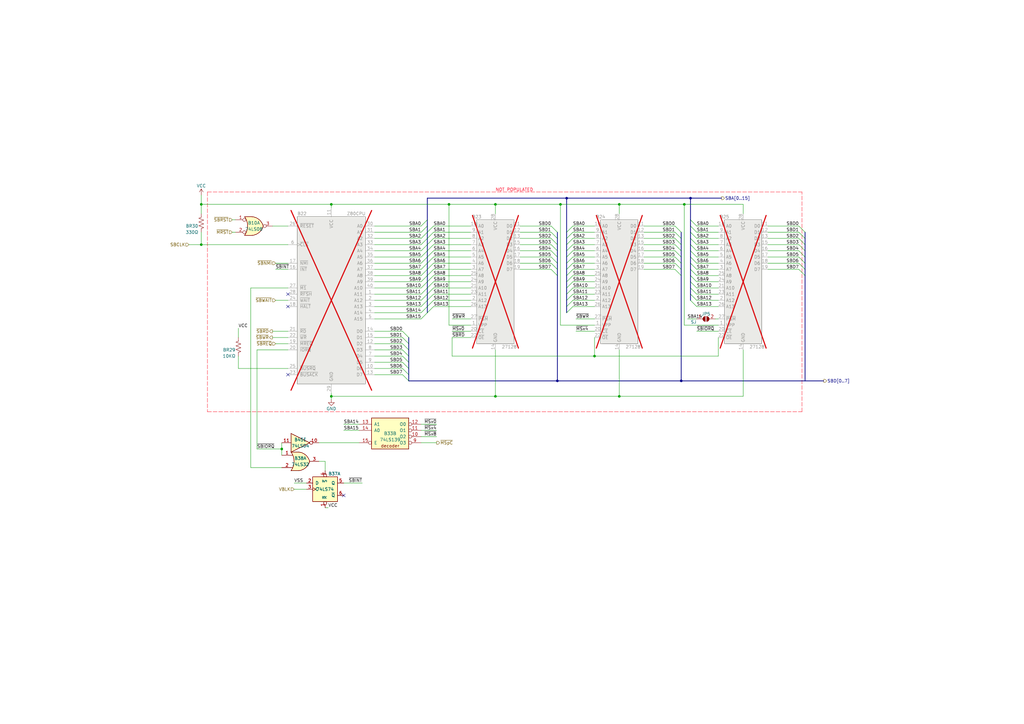
<source format=kicad_sch>
(kicad_sch (version 20231120) (generator "eeschema") (generator_version "8.0")
  (paper "A3")
  (title_block (title "The Fairyland Story") (date "2024-11-16") (company "JOTEGO") (comment 1 "www.patreon.com/jotego") (comment 2 "José Tejada"))
  (lib_symbols
    (symbol "CPU:Z80CPU" (pin_names (offset 1.016))
      (property "Reference" "U" (at -13.97 35.56 0))
      (property "Value" "Z80CPU" (at 6.35 35.56 0))
      (symbol "Z80CPU_1_1"
        (pin output line (at 17.78 2.54 180) (length 3.81) (name "A11") (number "1"))
        (pin bidirectional line (at 17.78 -27.94 180) (length 3.81) (name "D6") (number "10"))
        (pin power_in line (at 0 38.1 270) (length 3.81) (name "VCC") (number "11"))
        (pin bidirectional line (at 17.78 -17.78 180) (length 3.81) (name "D2") (number "12"))
        (pin bidirectional line (at 17.78 -30.48 180) (length 3.81) (name "D7") (number "13"))
        (pin bidirectional line (at 17.78 -12.7 180) (length 3.81) (name "D0") (number "14"))
        (pin bidirectional line (at 17.78 -15.24 180) (length 3.81) (name "D1") (number "15"))
        (pin input line (at -17.78 12.7 0) (length 3.81) (name "~{INT}") (number "16"))
        (pin input line (at -17.78 15.24 0) (length 3.81) (name "~{NMI}") (number "17"))
        (pin output line (at -17.78 -2.54 0) (length 3.81) (name "~{HALT}") (number "18"))
        (pin output line (at -17.78 -17.78 0) (length 3.81) (name "~{MREQ}") (number "19"))
        (pin output line (at 17.78 0 180) (length 3.81) (name "A12") (number "2"))
        (pin output line (at -17.78 -20.32 0) (length 3.81) (name "~{IORQ}") (number "20"))
        (pin output line (at -17.78 -12.7 0) (length 3.81) (name "~{RD}") (number "21"))
        (pin output line (at -17.78 -15.24 0) (length 3.81) (name "~{WR}") (number "22"))
        (pin output line (at -17.78 -30.48 0) (length 3.81) (name "~{BUSACK}") (number "23"))
        (pin input line (at -17.78 0 0) (length 3.81) (name "~{WAIT}") (number "24"))
        (pin input line (at -17.78 -27.94 0) (length 3.81) (name "~{BUSRQ}") (number "25"))
        (pin input line (at -17.78 30.48 0) (length 3.81) (name "~{RESET}") (number "26"))
        (pin output line (at -17.78 5.08 0) (length 3.81) (name "~{M1}") (number "27"))
        (pin output line (at -17.78 2.54 0) (length 3.81) (name "~{RFSH}") (number "28"))
        (pin power_in line (at 0 -38.1 90) (length 3.81) (name "GND") (number "29"))
        (pin output line (at 17.78 -2.54 180) (length 3.81) (name "A13") (number "3"))
        (pin output line (at 17.78 30.48 180) (length 3.81) (name "A0") (number "30"))
        (pin output line (at 17.78 27.94 180) (length 3.81) (name "A1") (number "31"))
        (pin output line (at 17.78 25.4 180) (length 3.81) (name "A2") (number "32"))
        (pin output line (at 17.78 22.86 180) (length 3.81) (name "A3") (number "33"))
        (pin output line (at 17.78 20.32 180) (length 3.81) (name "A4") (number "34"))
        (pin output line (at 17.78 17.78 180) (length 3.81) (name "A5") (number "35"))
        (pin output line (at 17.78 15.24 180) (length 3.81) (name "A6") (number "36"))
        (pin output line (at 17.78 12.7 180) (length 3.81) (name "A7") (number "37"))
        (pin output line (at 17.78 10.16 180) (length 3.81) (name "A8") (number "38"))
        (pin output line (at 17.78 7.62 180) (length 3.81) (name "A9") (number "39"))
        (pin output line (at 17.78 -5.08 180) (length 3.81) (name "A14") (number "4"))
        (pin output line (at 17.78 5.08 180) (length 3.81) (name "A10") (number "40"))
        (pin output line (at 17.78 -7.62 180) (length 3.81) (name "A15") (number "5"))
        (pin input clock (at -17.78 22.86 0) (length 3.81) (name "~{CLK}") (number "6"))
        (pin bidirectional line (at 17.78 -22.86 180) (length 3.81) (name "D4") (number "7"))
        (pin bidirectional line (at 17.78 -20.32 180) (length 3.81) (name "D3") (number "8"))
        (pin bidirectional line (at 17.78 -25.4 180) (length 3.81) (name "D5") (number "9"))
      )
    )
    (symbol "Device:R_US" (pin_numbers hide) (pin_names (offset 0))
      (property "Reference" "R" (at 2.54 0 90))
      (property "Value" "R_US" (at -2.54 0 90))
      (symbol "R_US_1_1"
        (pin passive line (at 0 3.81 270) (length 1.27) (name "~") (number "1"))
        (pin passive line (at 0 -3.81 90) (length 1.27) (name "~") (number "2"))
      )
    )
    (symbol "Jumper:SolderJumper_2_Open" (pin_names (offset 0) hide)
      (property "Reference" "JP" (at 0 2.032 0))
      (property "Value" "SolderJumper_2_Open" (at 0 -2.54 0))
      (symbol "SolderJumper_2_Open_1_1"
        (pin passive line (at -3.81 0 0) (length 2.54) (name "A") (number "1"))
        (pin passive line (at 3.81 0 180) (length 2.54) (name "B") (number "2"))
      )
    )
    (symbol "Memory_EPROM:27128"
      (property "Reference" "U" (at -7.62 26.67 0))
      (property "Value" "27128" (at 2.54 -26.67 0))
      (symbol "27128_1_1"
        (pin input line (at -10.16 -17.78 0) (length 2.54) (name "VPP") (number "1"))
        (pin input line (at -10.16 22.86 0) (length 2.54) (name "A0") (number "10"))
        (pin tri_state line (at 10.16 22.86 180) (length 2.54) (name "D0") (number "11"))
        (pin tri_state line (at 10.16 20.32 180) (length 2.54) (name "D1") (number "12"))
        (pin tri_state line (at 10.16 17.78 180) (length 2.54) (name "D2") (number "13"))
        (pin power_in line (at 0 -27.94 90) (length 2.54) (name "GND") (number "14"))
        (pin tri_state line (at 10.16 15.24 180) (length 2.54) (name "D3") (number "15"))
        (pin tri_state line (at 10.16 12.7 180) (length 2.54) (name "D4") (number "16"))
        (pin tri_state line (at 10.16 10.16 180) (length 2.54) (name "D5") (number "17"))
        (pin tri_state line (at 10.16 7.62 180) (length 2.54) (name "D6") (number "18"))
        (pin tri_state line (at 10.16 5.08 180) (length 2.54) (name "D7") (number "19"))
        (pin input line (at -10.16 -7.62 0) (length 2.54) (name "A12") (number "2"))
        (pin input line (at -10.16 -20.32 0) (length 2.54) (name "~{CE}") (number "20"))
        (pin input line (at -10.16 -2.54 0) (length 2.54) (name "A10") (number "21"))
        (pin input line (at -10.16 -22.86 0) (length 2.54) (name "~{OE}") (number "22"))
        (pin input line (at -10.16 -5.08 0) (length 2.54) (name "A11") (number "23"))
        (pin input line (at -10.16 0 0) (length 2.54) (name "A9") (number "24"))
        (pin input line (at -10.16 2.54 0) (length 2.54) (name "A8") (number "25"))
        (pin input line (at -10.16 -10.16 0) (length 2.54) (name "A13") (number "26"))
        (pin input line (at -10.16 -15.24 0) (length 2.54) (name "~{PGM}") (number "27"))
        (pin power_in line (at 0 27.94 270) (length 2.54) (name "VCC") (number "28"))
        (pin input line (at -10.16 5.08 0) (length 2.54) (name "A7") (number "3"))
        (pin input line (at -10.16 7.62 0) (length 2.54) (name "A6") (number "4"))
        (pin input line (at -10.16 10.16 0) (length 2.54) (name "A5") (number "5"))
        (pin input line (at -10.16 12.7 0) (length 2.54) (name "A4") (number "6"))
        (pin input line (at -10.16 15.24 0) (length 2.54) (name "A3") (number "7"))
        (pin input line (at -10.16 17.78 0) (length 2.54) (name "A2") (number "8"))
        (pin input line (at -10.16 20.32 0) (length 2.54) (name "A1") (number "9"))
      )
    )
    (symbol "jt74:74LS04" (pin_names (offset 1.016))
      (property "Reference" "U" (at -0.635 0 0))
      (property "Value" "74LS04" (at 0 -5.08 0))
      (symbol "74LS04_1_0"
        (pin input line (at -7.62 0 0) (length 3.81) (name "~") (number "1"))
        (pin output inverted (at 7.62 0 180) (length 3.81) (name "~") (number "2"))
      )
      (symbol "74LS04_2_0"
        (pin input line (at -7.62 0 0) (length 3.81) (name "~") (number "3"))
        (pin output inverted (at 7.62 0 180) (length 3.81) (name "~") (number "4"))
      )
      (symbol "74LS04_3_0"
        (pin input line (at -7.62 0 0) (length 3.81) (name "~") (number "5"))
        (pin output inverted (at 7.62 0 180) (length 3.81) (name "~") (number "6"))
      )
      (symbol "74LS04_4_0"
        (pin output inverted (at 7.62 0 180) (length 3.81) (name "~") (number "8"))
        (pin input line (at -7.62 0 0) (length 3.81) (name "~") (number "9"))
      )
      (symbol "74LS04_5_0"
        (pin output inverted (at 7.62 0 180) (length 3.81) (name "~") (number "10"))
        (pin input line (at -7.62 0 0) (length 3.81) (name "~") (number "11"))
      )
      (symbol "74LS04_6_0"
        (pin output inverted (at 7.62 0 180) (length 3.81) (name "~") (number "12"))
        (pin input line (at -7.62 0 0) (length 3.81) (name "~") (number "13"))
      )
      (symbol "74LS04_7_0"
        (pin power_in line (at 0 7.62 270) (length 5.08) hide (name "VCC") (number "14"))
        (pin power_in line (at 0 -7.62 90) (length 5.08) hide (name "VSS") (number "7"))
      )
      (symbol "74LS04_7_1"
        (text "+" (at 0 6.35 0) (effects (font (size 1.27 1.27))))
      )
    )
    (symbol "jt74:74LS08" (pin_names (offset 1.016))
      (property "Reference" "U" (at 0 1.27 0))
      (property "Value" "74LS08" (at 0 -1.27 0))
      (symbol "74LS08_1_1"
        (pin input line (at -7.62 2.54 0) (length 3.81) (name "~") (number "1"))
        (pin input line (at -7.62 -2.54 0) (length 3.81) (name "~") (number "2"))
        (pin output line (at 7.62 0 180) (length 3.81) (name "~") (number "3"))
      )
      (symbol "74LS08_1_2"
        (pin input inverted (at -7.62 2.54 0) (length 4.318) (name "~") (number "1"))
        (pin input inverted (at -7.62 -2.54 0) (length 4.318) (name "~") (number "2"))
        (pin output inverted (at 7.62 0 180) (length 3.81) (name "~") (number "3"))
      )
      (symbol "74LS08_2_1"
        (pin input line (at -7.62 2.54 0) (length 3.81) (name "~") (number "4"))
        (pin input line (at -7.62 -2.54 0) (length 3.81) (name "~") (number "5"))
        (pin output line (at 7.62 0 180) (length 3.81) (name "~") (number "6"))
      )
      (symbol "74LS08_2_2"
        (pin input inverted (at -7.62 2.54 0) (length 4.318) (name "~") (number "4"))
        (pin input inverted (at -7.62 -2.54 0) (length 4.318) (name "~") (number "5"))
        (pin output inverted (at 7.62 0 180) (length 3.81) (name "~") (number "6"))
      )
      (symbol "74LS08_3_1"
        (pin input line (at -7.62 -2.54 0) (length 3.81) (name "~") (number "10"))
        (pin output line (at 7.62 0 180) (length 3.81) (name "~") (number "8"))
        (pin input line (at -7.62 2.54 0) (length 3.81) (name "~") (number "9"))
      )
      (symbol "74LS08_3_2"
        (pin input inverted (at -7.62 -2.54 0) (length 4.318) (name "~") (number "10"))
        (pin output inverted (at 7.62 0 180) (length 3.81) (name "~") (number "8"))
        (pin input inverted (at -7.62 2.54 0) (length 4.318) (name "~") (number "9"))
      )
      (symbol "74LS08_4_1"
        (pin output line (at 7.62 0 180) (length 3.81) (name "~") (number "11"))
        (pin input line (at -7.62 2.54 0) (length 3.81) (name "~") (number "12"))
        (pin input line (at -7.62 -2.54 0) (length 3.81) (name "~") (number "13"))
      )
      (symbol "74LS08_4_2"
        (pin output inverted (at 7.62 0 180) (length 3.81) (name "~") (number "11"))
        (pin input inverted (at -7.62 2.54 0) (length 4.318) (name "~") (number "12"))
        (pin input inverted (at -7.62 -2.54 0) (length 4.318) (name "~") (number "13"))
      )
      (symbol "74LS08_5_0"
        (pin power_in line (at 0 7.62 270) (length 5.08) hide (name "VCC") (number "14"))
        (pin power_in line (at 0 -7.62 90) (length 5.08) hide (name "VSS") (number "7"))
      )
      (symbol "74LS08_5_1"
        (text "+" (at 0 6.35 0) (effects (font (size 1.27 1.27))))
      )
    )
    (symbol "jt74:74LS139" (pin_names (offset 1.016))
      (property "Reference" "U" (at 0 1.27 0))
      (property "Value" "74LS139" (at 0 -1.27 0))
      (symbol "74LS139_0_0"
        (text "decoder" (at 0 -6.35 0) (effects (font (size 1.27 1.27))))
      )
      (symbol "74LS139_1_0"
        (pin input inverted (at -12.7 -5.08 0) (length 5.08) (name "E") (number "1"))
        (pin input line (at -12.7 0 0) (length 5.08) (name "A0") (number "2"))
        (pin input line (at -12.7 2.54 0) (length 5.08) (name "A1") (number "3"))
        (pin output inverted (at 12.7 2.54 180) (length 5.08) (name "O0") (number "4"))
        (pin output inverted (at 12.7 0 180) (length 5.08) (name "O1") (number "5"))
        (pin output inverted (at 12.7 -2.54 180) (length 5.08) (name "O2") (number "6"))
        (pin output inverted (at 12.7 -5.08 180) (length 5.08) (name "O3") (number "7"))
      )
      (symbol "74LS139_2_0"
        (pin output inverted (at 12.7 -2.54 180) (length 5.08) (name "O2") (number "10"))
        (pin output inverted (at 12.7 0 180) (length 5.08) (name "O1") (number "11"))
        (pin output inverted (at 12.7 2.54 180) (length 5.08) (name "O0") (number "12"))
        (pin input line (at -12.7 2.54 0) (length 5.08) (name "A1") (number "13"))
        (pin input line (at -12.7 0 0) (length 5.08) (name "A0") (number "14"))
        (pin input inverted (at -12.7 -5.08 0) (length 5.08) (name "E") (number "15"))
        (pin output inverted (at 12.7 -5.08 180) (length 5.08) (name "O3") (number "9"))
      )
      (symbol "74LS139_3_0"
        (pin power_in line (at 0 7.62 270) (length 5.08) hide (name "VCC") (number "16"))
        (pin power_in line (at 0 -7.62 90) (length 5.08) hide (name "VSS") (number "8"))
      )
      (symbol "74LS139_3_1"
        (text "+" (at 0 6.35 0) (effects (font (size 1.27 1.27))))
      )
    )
    (symbol "jt74:74LS32" (pin_names (offset 1.016))
      (property "Reference" "U" (at 0 1.27 0))
      (property "Value" "74LS32" (at 0 -1.27 0))
      (symbol "74LS32_1_1"
        (pin input line (at -7.62 2.54 0) (length 4.318) (name "~") (number "1"))
        (pin input line (at -7.62 -2.54 0) (length 4.318) (name "~") (number "2"))
        (pin output line (at 7.62 0 180) (length 3.81) (name "~") (number "3"))
      )
      (symbol "74LS32_1_2"
        (pin input inverted (at -7.62 2.54 0) (length 3.81) (name "~") (number "1"))
        (pin input inverted (at -7.62 -2.54 0) (length 3.81) (name "~") (number "2"))
        (pin output inverted (at 7.62 0 180) (length 3.81) (name "~") (number "3"))
      )
      (symbol "74LS32_2_1"
        (pin input line (at -7.62 2.54 0) (length 4.318) (name "~") (number "4"))
        (pin input line (at -7.62 -2.54 0) (length 4.318) (name "~") (number "5"))
        (pin output line (at 7.62 0 180) (length 3.81) (name "~") (number "6"))
      )
      (symbol "74LS32_2_2"
        (pin input inverted (at -7.62 2.54 0) (length 3.81) (name "~") (number "4"))
        (pin input inverted (at -7.62 -2.54 0) (length 3.81) (name "~") (number "5"))
        (pin output inverted (at 7.62 0 180) (length 3.81) (name "~") (number "6"))
      )
      (symbol "74LS32_3_1"
        (pin input line (at -7.62 -2.54 0) (length 4.318) (name "~") (number "10"))
        (pin output line (at 7.62 0 180) (length 3.81) (name "~") (number "8"))
        (pin input line (at -7.62 2.54 0) (length 4.318) (name "~") (number "9"))
      )
      (symbol "74LS32_3_2"
        (pin input inverted (at -7.62 -2.54 0) (length 3.81) (name "~") (number "10"))
        (pin output inverted (at 7.62 0 180) (length 3.81) (name "~") (number "8"))
        (pin input inverted (at -7.62 2.54 0) (length 3.81) (name "~") (number "9"))
      )
      (symbol "74LS32_4_1"
        (pin output line (at 7.62 0 180) (length 3.81) (name "~") (number "11"))
        (pin input line (at -7.62 2.54 0) (length 4.318) (name "~") (number "12"))
        (pin input line (at -7.62 -2.54 0) (length 4.318) (name "~") (number "13"))
      )
      (symbol "74LS32_4_2"
        (pin output inverted (at 7.62 0 180) (length 3.81) (name "~") (number "11"))
        (pin input inverted (at -7.62 2.54 0) (length 3.81) (name "~") (number "12"))
        (pin input inverted (at -7.62 -2.54 0) (length 3.81) (name "~") (number "13"))
      )
      (symbol "74LS32_5_0"
        (pin power_in line (at 0 7.62 270) (length 5.08) hide (name "VCC") (number "14"))
        (pin power_in line (at 0 -7.62 90) (length 5.08) hide (name "VSS") (number "7"))
      )
      (symbol "74LS32_5_1"
        (text "+" (at 0 6.35 0) (effects (font (size 1.27 1.27))))
      )
    )
    (symbol "jt74:74LS74" (pin_names (offset 1.016))
      (property "Reference" "U" (at 0 1.27 0))
      (property "Value" "74LS74" (at 0 -1.27 0))
      (symbol "74LS74_0_1"
        (text "+" (at 0 6.35 0) (effects (font (size 1.27 1.27))))
      )
      (symbol "74LS74_1_0"
        (pin input inverted (at 0 -7.62 90) (length 2.54) (name "~{R}") (number "1"))
        (pin input line (at -7.62 2.54 0) (length 2.54) (name "D") (number "2"))
        (pin input clock (at -7.62 0 0) (length 2.54) (name "C") (number "3"))
        (pin input inverted (at 0 7.62 270) (length 2.54) (name "~{S}") (number "4"))
        (pin output line (at 7.62 2.54 180) (length 2.54) (name "Q") (number "5"))
        (pin output line (at 7.62 -2.54 180) (length 2.54) (name "~{Q}") (number "6"))
      )
      (symbol "74LS74_2_0"
        (pin input clock (at -7.62 0 0) (length 2.54) (name "C") (number "11"))
        (pin input line (at -7.62 2.54 0) (length 2.54) (name "D") (number "12"))
        (pin input inverted (at 0 -7.62 90) (length 2.54) (name "~{R}") (number "13"))
        (pin output inverted (at 7.62 -2.54 180) (length 2.54) (name "~{Q}") (number "8"))
        (pin output line (at 7.62 2.54 180) (length 2.54) (name "Q") (number "9"))
      )
      (symbol "74LS74_2_1"
        (pin input inverted (at 0 7.62 270) (length 2.54) (name "~{S}") (number "10"))
      )
      (symbol "74LS74_3_0"
        (pin power_in line (at 0 7.62 270) (length 2.54) hide (name "VCC") (number "14"))
        (pin power_in line (at 0 -7.62 90) (length 2.54) hide (name "GND") (number "7"))
      )
    )
    (symbol "power:GND" (power) (pin_names (offset 0))
      (property "Value" "GND" (at 0 -3.81 0))
      (symbol "GND_1_1"
        (pin power_in line (at 0 0 270) (length 0) hide (name "GND") (number "1"))
      )
    )
    (symbol "power:VCC" (power) (pin_names (offset 0))
      (property "Value" "VCC" (at 0 3.81 0))
      (symbol "VCC_1_1"
        (pin power_in line (at 0 0 90) (length 0) hide (name "VCC") (number "1"))
      )
    )
  )
  (junction (at 254 83.82))
  (junction (at 254 162.56))
  (junction (at 280.67 83.82))
  (junction (at 228.6 156.21))
  (junction (at 82.55 83.82))
  (junction (at 203.2 83.82))
  (junction (at 229.87 83.82))
  (junction (at 135.89 83.82))
  (junction (at 135.89 162.56))
  (junction (at 283.21 81.28))
  (junction (at 203.2 162.56))
  (junction (at 82.55 100.33))
  (junction (at 115.57 184.15))
  (junction (at 232.41 81.28))
  (junction (at 279.4 156.21))
  (junction (at 243.84 146.05))
  (junction (at 184.15 83.82))
  (no_connect (at 118.11 125.73))
  (no_connect (at 118.11 120.65))
  (no_connect (at 118.11 153.67))
  (no_connect (at 140.97 203.2))
  (bus_entry (at 226.06 102.87) (size 2.54 2.54))
  (bus_entry (at 177.8 125.73) (size -2.54 2.54))
  (bus_entry (at 177.8 115.57) (size -2.54 2.54))
  (bus_entry (at 285.75 120.65) (size -2.54 -2.54))
  (bus_entry (at 327.66 107.95) (size 2.54 2.54))
  (bus_entry (at 327.66 100.33) (size 2.54 2.54))
  (bus_entry (at 226.06 107.95) (size 2.54 2.54))
  (bus_entry (at 177.8 120.65) (size -2.54 2.54))
  (bus_entry (at 285.75 123.19) (size -2.54 -2.54))
  (bus_entry (at 226.06 100.33) (size 2.54 2.54))
  (bus_entry (at 234.95 118.11) (size -2.54 2.54))
  (bus_entry (at 234.95 110.49) (size -2.54 2.54))
  (bus_entry (at 234.95 113.03) (size -2.54 2.54))
  (bus_entry (at 177.8 102.87) (size -2.54 2.54))
  (bus_entry (at 327.66 105.41) (size 2.54 2.54))
  (bus_entry (at 285.75 97.79) (size -2.54 -2.54))
  (bus_entry (at 165.1 135.89) (size 2.54 2.54))
  (bus_entry (at 285.75 100.33) (size -2.54 -2.54))
  (bus_entry (at 172.72 113.03) (size 2.54 -2.54))
  (bus_entry (at 327.66 102.87) (size 2.54 2.54))
  (bus_entry (at 172.72 118.11) (size 2.54 -2.54))
  (bus_entry (at 172.72 123.19) (size 2.54 -2.54))
  (bus_entry (at 177.8 97.79) (size -2.54 2.54))
  (bus_entry (at 234.95 123.19) (size -2.54 2.54))
  (bus_entry (at 177.8 118.11) (size -2.54 2.54))
  (bus_entry (at 172.72 128.27) (size 2.54 -2.54))
  (bus_entry (at 285.75 115.57) (size -2.54 -2.54))
  (bus_entry (at 172.72 110.49) (size 2.54 -2.54))
  (bus_entry (at 285.75 95.25) (size -2.54 -2.54))
  (bus_entry (at 234.95 125.73) (size -2.54 2.54))
  (bus_entry (at 172.72 92.71) (size 2.54 -2.54))
  (bus_entry (at 285.75 110.49) (size -2.54 -2.54))
  (bus_entry (at 234.95 115.57) (size -2.54 2.54))
  (bus_entry (at 172.72 115.57) (size 2.54 -2.54))
  (bus_entry (at 276.86 107.95) (size 2.54 2.54))
  (bus_entry (at 327.66 97.79) (size 2.54 2.54))
  (bus_entry (at 276.86 102.87) (size 2.54 2.54))
  (bus_entry (at 177.8 107.95) (size -2.54 2.54))
  (bus_entry (at 165.1 138.43) (size 2.54 2.54))
  (bus_entry (at 172.72 97.79) (size 2.54 -2.54))
  (bus_entry (at 165.1 151.13) (size 2.54 2.54))
  (bus_entry (at 234.95 97.79) (size -2.54 2.54))
  (bus_entry (at 285.75 113.03) (size -2.54 -2.54))
  (bus_entry (at 234.95 107.95) (size -2.54 2.54))
  (bus_entry (at 177.8 113.03) (size -2.54 2.54))
  (bus_entry (at 276.86 92.71) (size 2.54 2.54))
  (bus_entry (at 285.75 105.41) (size -2.54 -2.54))
  (bus_entry (at 234.95 95.25) (size -2.54 2.54))
  (bus_entry (at 276.86 100.33) (size 2.54 2.54))
  (bus_entry (at 327.66 110.49) (size 2.54 2.54))
  (bus_entry (at 234.95 120.65) (size -2.54 2.54))
  (bus_entry (at 172.72 100.33) (size 2.54 -2.54))
  (bus_entry (at 226.06 105.41) (size 2.54 2.54))
  (bus_entry (at 172.72 125.73) (size 2.54 -2.54))
  (bus_entry (at 285.75 118.11) (size -2.54 -2.54))
  (bus_entry (at 226.06 92.71) (size 2.54 2.54))
  (bus_entry (at 177.8 110.49) (size -2.54 2.54))
  (bus_entry (at 327.66 95.25) (size 2.54 2.54))
  (bus_entry (at 165.1 146.05) (size 2.54 2.54))
  (bus_entry (at 234.95 100.33) (size -2.54 2.54))
  (bus_entry (at 226.06 97.79) (size 2.54 2.54))
  (bus_entry (at 234.95 105.41) (size -2.54 2.54))
  (bus_entry (at 165.1 140.97) (size 2.54 2.54))
  (bus_entry (at 172.72 95.25) (size 2.54 -2.54))
  (bus_entry (at 172.72 102.87) (size 2.54 -2.54))
  (bus_entry (at 172.72 107.95) (size 2.54 -2.54))
  (bus_entry (at 285.75 92.71) (size -2.54 -2.54))
  (bus_entry (at 285.75 102.87) (size -2.54 -2.54))
  (bus_entry (at 276.86 110.49) (size 2.54 2.54))
  (bus_entry (at 165.1 143.51) (size 2.54 2.54))
  (bus_entry (at 172.72 105.41) (size 2.54 -2.54))
  (bus_entry (at 285.75 107.95) (size -2.54 -2.54))
  (bus_entry (at 177.8 123.19) (size -2.54 2.54))
  (bus_entry (at 177.8 92.71) (size -2.54 2.54))
  (bus_entry (at 177.8 95.25) (size -2.54 2.54))
  (bus_entry (at 234.95 102.87) (size -2.54 2.54))
  (bus_entry (at 234.95 92.71) (size -2.54 2.54))
  (bus_entry (at 226.06 95.25) (size 2.54 2.54))
  (bus_entry (at 172.72 120.65) (size 2.54 -2.54))
  (bus_entry (at 172.72 130.81) (size 2.54 -2.54))
  (bus_entry (at 226.06 110.49) (size 2.54 2.54))
  (bus_entry (at 285.75 125.73) (size -2.54 -2.54))
  (bus_entry (at 327.66 92.71) (size 2.54 2.54))
  (bus_entry (at 276.86 105.41) (size 2.54 2.54))
  (bus_entry (at 165.1 153.67) (size 2.54 2.54))
  (bus_entry (at 165.1 148.59) (size 2.54 2.54))
  (bus_entry (at 177.8 100.33) (size -2.54 2.54))
  (bus_entry (at 276.86 97.79) (size 2.54 2.54))
  (bus_entry (at 276.86 95.25) (size 2.54 2.54))
  (bus_entry (at 177.8 105.41) (size -2.54 2.54))
  (bus (pts (xy 232.41 125.73) (xy 232.41 128.27)))
  (bus (pts (xy 175.26 110.49) (xy 175.26 113.03)))
  (wire (pts (xy 172.72 176.53) (xy 179.07 176.53)))
  (wire (pts (xy 97.79 134.62) (xy 97.79 138.43)))
  (wire (pts (xy 153.67 138.43) (xy 165.1 138.43)))
  (wire (pts (xy 236.22 135.89) (xy 243.84 135.89)))
  (wire (pts (xy 193.04 97.79) (xy 177.8 97.79)))
  (bus (pts (xy 330.2 97.79) (xy 330.2 100.33)))
  (wire (pts (xy 193.04 125.73) (xy 177.8 125.73)))
  (wire (pts (xy 294.64 97.79) (xy 285.75 97.79)))
  (bus (pts (xy 228.6 95.25) (xy 228.6 97.79)))
  (wire (pts (xy 130.81 181.61) (xy 147.32 181.61)))
  (wire (pts (xy 153.67 118.11) (xy 172.72 118.11)))
  (wire (pts (xy 102.87 118.11) (xy 102.87 191.77)))
  (wire (pts (xy 153.67 92.71) (xy 172.72 92.71)))
  (wire (pts (xy 243.84 123.19) (xy 234.95 123.19)))
  (bus (pts (xy 232.41 102.87) (xy 232.41 105.41)))
  (wire (pts (xy 314.96 97.79) (xy 327.66 97.79)))
  (wire (pts (xy 254 162.56) (xy 254 143.51)))
  (bus (pts (xy 232.41 100.33) (xy 232.41 102.87)))
  (wire (pts (xy 82.55 83.82) (xy 135.89 83.82)))
  (wire (pts (xy 172.72 179.07) (xy 179.07 179.07)))
  (wire (pts (xy 153.67 105.41) (xy 172.72 105.41)))
  (wire (pts (xy 118.11 151.13) (xy 97.79 151.13)))
  (bus (pts (xy 283.21 118.11) (xy 283.21 120.65)))
  (wire (pts (xy 243.84 100.33) (xy 234.95 100.33)))
  (wire (pts (xy 153.67 130.81) (xy 172.72 130.81)))
  (wire (pts (xy 111.76 92.71) (xy 118.11 92.71)))
  (wire (pts (xy 111.76 135.89) (xy 118.11 135.89)))
  (wire (pts (xy 153.67 128.27) (xy 172.72 128.27)))
  (wire (pts (xy 294.64 125.73) (xy 285.75 125.73)))
  (wire (pts (xy 294.64 105.41) (xy 285.75 105.41)))
  (bus (pts (xy 232.41 81.28) (xy 232.41 95.25)))
  (wire (pts (xy 153.67 95.25) (xy 172.72 95.25)))
  (wire (pts (xy 135.89 162.56) (xy 203.2 162.56)))
  (wire (pts (xy 243.84 95.25) (xy 234.95 95.25)))
  (wire (pts (xy 185.42 130.81) (xy 193.04 130.81)))
  (wire (pts (xy 264.16 110.49) (xy 276.86 110.49)))
  (bus (pts (xy 167.64 151.13) (xy 167.64 153.67)))
  (wire (pts (xy 229.87 83.82) (xy 254 83.82)))
  (wire (pts (xy 185.42 146.05) (xy 243.84 146.05)))
  (wire (pts (xy 193.04 95.25) (xy 177.8 95.25)))
  (wire (pts (xy 213.36 92.71) (xy 226.06 92.71)))
  (wire (pts (xy 304.8 162.56) (xy 304.8 143.51)))
  (wire (pts (xy 140.97 198.12) (xy 148.59 198.12)))
  (wire (pts (xy 120.65 198.12) (xy 125.73 198.12)))
  (wire (pts (xy 105.41 143.51) (xy 105.41 184.15)))
  (wire (pts (xy 82.55 80.01) (xy 82.55 83.82)))
  (bus (pts (xy 283.21 115.57) (xy 283.21 118.11)))
  (wire (pts (xy 193.04 107.95) (xy 177.8 107.95)))
  (bus (pts (xy 232.41 120.65) (xy 232.41 123.19)))
  (bus (pts (xy 283.21 97.79) (xy 283.21 100.33)))
  (wire (pts (xy 243.84 120.65) (xy 234.95 120.65)))
  (bus (pts (xy 279.4 105.41) (xy 279.4 107.95)))
  (wire (pts (xy 193.04 120.65) (xy 177.8 120.65)))
  (bus (pts (xy 232.41 110.49) (xy 232.41 113.03)))
  (wire (pts (xy 82.55 95.25) (xy 82.55 100.33)))
  (wire (pts (xy 193.04 105.41) (xy 177.8 105.41)))
  (wire (pts (xy 153.67 97.79) (xy 172.72 97.79)))
  (wire (pts (xy 153.67 110.49) (xy 172.72 110.49)))
  (bus (pts (xy 175.26 92.71) (xy 175.26 90.17)))
  (bus (pts (xy 175.26 102.87) (xy 175.26 105.41)))
  (wire (pts (xy 243.84 97.79) (xy 234.95 97.79)))
  (wire (pts (xy 203.2 83.82) (xy 203.2 87.63)))
  (wire (pts (xy 105.41 143.51) (xy 118.11 143.51)))
  (wire (pts (xy 294.64 138.43) (xy 294.64 146.05)))
  (wire (pts (xy 243.84 146.05) (xy 243.84 138.43)))
  (wire (pts (xy 193.04 102.87) (xy 177.8 102.87)))
  (bus (pts (xy 279.4 102.87) (xy 279.4 105.41)))
  (wire (pts (xy 193.04 113.03) (xy 177.8 113.03)))
  (wire (pts (xy 95.25 95.25) (xy 96.52 95.25)))
  (wire (pts (xy 115.57 184.15) (xy 115.57 186.69)))
  (wire (pts (xy 243.84 105.41) (xy 234.95 105.41)))
  (wire (pts (xy 113.03 140.97) (xy 118.11 140.97)))
  (wire (pts (xy 213.36 107.95) (xy 226.06 107.95)))
  (wire (pts (xy 120.65 200.66) (xy 125.73 200.66)))
  (bus (pts (xy 228.6 107.95) (xy 228.6 110.49)))
  (wire (pts (xy 304.8 83.82) (xy 304.8 87.63)))
  (wire (pts (xy 213.36 95.25) (xy 226.06 95.25)))
  (wire (pts (xy 184.15 83.82) (xy 184.15 133.35)))
  (wire (pts (xy 135.89 83.82) (xy 135.89 85.09)))
  (bus (pts (xy 175.26 95.25) (xy 175.26 97.79)))
  (wire (pts (xy 294.64 115.57) (xy 285.75 115.57)))
  (wire (pts (xy 314.96 105.41) (xy 327.66 105.41)))
  (wire (pts (xy 294.64 110.49) (xy 285.75 110.49)))
  (wire (pts (xy 264.16 102.87) (xy 276.86 102.87)))
  (wire (pts (xy 113.03 123.19) (xy 118.11 123.19)))
  (wire (pts (xy 134.62 208.28) (xy 133.35 208.28)))
  (wire (pts (xy 213.36 105.41) (xy 226.06 105.41)))
  (wire (pts (xy 153.67 107.95) (xy 172.72 107.95)))
  (bus (pts (xy 175.26 118.11) (xy 175.26 120.65)))
  (polyline (pts (xy 85.09 168.91) (xy 328.93 168.91)) (stroke (width 0) (type dash) (color 255 9 30 1)))
  (wire (pts (xy 185.42 135.89) (xy 193.04 135.89)))
  (wire (pts (xy 153.67 151.13) (xy 165.1 151.13)))
  (wire (pts (xy 95.25 90.17) (xy 96.52 90.17)))
  (wire (pts (xy 264.16 95.25) (xy 276.86 95.25)))
  (wire (pts (xy 193.04 92.71) (xy 177.8 92.71)))
  (bus (pts (xy 175.26 95.25) (xy 175.26 92.71)))
  (wire (pts (xy 264.16 97.79) (xy 276.86 97.79)))
  (wire (pts (xy 280.67 83.82) (xy 304.8 83.82)))
  (wire (pts (xy 314.96 107.95) (xy 327.66 107.95)))
  (wire (pts (xy 153.67 148.59) (xy 165.1 148.59)))
  (bus (pts (xy 232.41 81.28) (xy 283.21 81.28)))
  (bus (pts (xy 283.21 113.03) (xy 283.21 115.57)))
  (bus (pts (xy 232.41 107.95) (xy 232.41 110.49)))
  (wire (pts (xy 113.03 107.95) (xy 118.11 107.95)))
  (wire (pts (xy 172.72 173.99) (xy 179.07 173.99)))
  (bus (pts (xy 283.21 95.25) (xy 283.21 97.79)))
  (bus (pts (xy 228.6 97.79) (xy 228.6 100.33)))
  (wire (pts (xy 140.97 173.99) (xy 147.32 173.99)))
  (wire (pts (xy 153.67 143.51) (xy 165.1 143.51)))
  (bus (pts (xy 175.26 120.65) (xy 175.26 123.19)))
  (wire (pts (xy 243.84 110.49) (xy 234.95 110.49)))
  (wire (pts (xy 97.79 146.05) (xy 97.79 151.13)))
  (wire (pts (xy 213.36 97.79) (xy 226.06 97.79)))
  (wire (pts (xy 135.89 161.29) (xy 135.89 162.56)))
  (bus (pts (xy 228.6 102.87) (xy 228.6 105.41)))
  (wire (pts (xy 102.87 118.11) (xy 118.11 118.11)))
  (bus (pts (xy 167.64 148.59) (xy 167.64 151.13)))
  (bus (pts (xy 283.21 105.41) (xy 283.21 107.95)))
  (wire (pts (xy 153.67 153.67) (xy 165.1 153.67)))
  (wire (pts (xy 193.04 110.49) (xy 177.8 110.49)))
  (bus (pts (xy 279.4 95.25) (xy 279.4 97.79)))
  (wire (pts (xy 243.84 118.11) (xy 234.95 118.11)))
  (wire (pts (xy 229.87 83.82) (xy 229.87 133.35)))
  (wire (pts (xy 314.96 92.71) (xy 327.66 92.71)))
  (wire (pts (xy 294.64 120.65) (xy 285.75 120.65)))
  (wire (pts (xy 294.64 133.35) (xy 280.67 133.35)))
  (wire (pts (xy 113.03 110.49) (xy 118.11 110.49)))
  (wire (pts (xy 264.16 105.41) (xy 276.86 105.41)))
  (bus (pts (xy 283.21 107.95) (xy 283.21 110.49)))
  (wire (pts (xy 153.67 113.03) (xy 172.72 113.03)))
  (wire (pts (xy 264.16 92.71) (xy 276.86 92.71)))
  (bus (pts (xy 232.41 123.19) (xy 232.41 125.73)))
  (bus (pts (xy 279.4 156.21) (xy 337.82 156.21)))
  (wire (pts (xy 153.67 140.97) (xy 165.1 140.97)))
  (wire (pts (xy 294.64 118.11) (xy 285.75 118.11)))
  (bus (pts (xy 232.41 105.41) (xy 232.41 107.95)))
  (bus (pts (xy 330.2 113.03) (xy 330.2 156.21)))
  (wire (pts (xy 153.67 100.33) (xy 172.72 100.33)))
  (wire (pts (xy 133.35 189.23) (xy 133.35 193.04)))
  (wire (pts (xy 115.57 184.15) (xy 115.57 181.61)))
  (wire (pts (xy 203.2 83.82) (xy 229.87 83.82)))
  (wire (pts (xy 293.37 130.81) (xy 294.64 130.81)))
  (bus (pts (xy 232.41 115.57) (xy 232.41 118.11)))
  (wire (pts (xy 264.16 107.95) (xy 276.86 107.95)))
  (wire (pts (xy 243.84 102.87) (xy 234.95 102.87)))
  (wire (pts (xy 314.96 95.25) (xy 327.66 95.25)))
  (bus (pts (xy 175.26 81.28) (xy 232.41 81.28)))
  (wire (pts (xy 254 162.56) (xy 304.8 162.56)))
  (wire (pts (xy 213.36 100.33) (xy 226.06 100.33)))
  (bus (pts (xy 279.4 110.49) (xy 279.4 113.03)))
  (wire (pts (xy 243.84 146.05) (xy 294.64 146.05)))
  (bus (pts (xy 175.26 90.17) (xy 175.26 81.28)))
  (polyline (pts (xy 85.09 78.74) (xy 328.93 78.74)) (stroke (width 0) (type dash) (color 255 9 30 1)))
  (wire (pts (xy 193.04 100.33) (xy 177.8 100.33)))
  (bus (pts (xy 175.26 123.19) (xy 175.26 125.73)))
  (wire (pts (xy 243.84 107.95) (xy 234.95 107.95)))
  (wire (pts (xy 185.42 138.43) (xy 185.42 146.05)))
  (wire (pts (xy 243.84 115.57) (xy 234.95 115.57)))
  (wire (pts (xy 294.64 95.25) (xy 285.75 95.25)))
  (wire (pts (xy 153.67 135.89) (xy 165.1 135.89)))
  (wire (pts (xy 229.87 133.35) (xy 243.84 133.35)))
  (bus (pts (xy 228.6 113.03) (xy 228.6 156.21)))
  (wire (pts (xy 285.75 135.89) (xy 294.64 135.89)))
  (bus (pts (xy 232.41 118.11) (xy 232.41 120.65)))
  (bus (pts (xy 228.6 100.33) (xy 228.6 102.87)))
  (polyline (pts (xy 85.09 78.74) (xy 85.09 168.91)) (stroke (width 0) (type dash) (color 255 9 30 1)))
  (wire (pts (xy 193.04 118.11) (xy 177.8 118.11)))
  (bus (pts (xy 330.2 102.87) (xy 330.2 105.41)))
  (bus (pts (xy 283.21 81.28) (xy 295.91 81.28)))
  (bus (pts (xy 175.26 107.95) (xy 175.26 110.49)))
  (bus (pts (xy 175.26 105.41) (xy 175.26 107.95)))
  (wire (pts (xy 294.64 123.19) (xy 285.75 123.19)))
  (bus (pts (xy 279.4 113.03) (xy 279.4 156.21)))
  (wire (pts (xy 130.81 189.23) (xy 133.35 189.23)))
  (bus (pts (xy 228.6 110.49) (xy 228.6 113.03)))
  (wire (pts (xy 185.42 138.43) (xy 193.04 138.43)))
  (wire (pts (xy 82.55 100.33) (xy 118.11 100.33)))
  (wire (pts (xy 111.76 138.43) (xy 118.11 138.43)))
  (wire (pts (xy 82.55 83.82) (xy 82.55 87.63)))
  (wire (pts (xy 153.67 115.57) (xy 172.72 115.57)))
  (bus (pts (xy 175.26 113.03) (xy 175.26 115.57)))
  (wire (pts (xy 135.89 162.56) (xy 135.89 163.83)))
  (wire (pts (xy 294.64 113.03) (xy 285.75 113.03)))
  (wire (pts (xy 264.16 100.33) (xy 276.86 100.33)))
  (bus (pts (xy 167.64 156.21) (xy 228.6 156.21)))
  (wire (pts (xy 281.94 130.81) (xy 285.75 130.81)))
  (wire (pts (xy 77.47 100.33) (xy 82.55 100.33)))
  (bus (pts (xy 330.2 110.49) (xy 330.2 113.03)))
  (bus (pts (xy 175.26 125.73) (xy 175.26 128.27)))
  (wire (pts (xy 213.36 110.49) (xy 226.06 110.49)))
  (wire (pts (xy 135.89 83.82) (xy 184.15 83.82)))
  (bus (pts (xy 283.21 100.33) (xy 283.21 102.87)))
  (bus (pts (xy 228.6 156.21) (xy 279.4 156.21)))
  (bus (pts (xy 283.21 92.71) (xy 283.21 95.25)))
  (wire (pts (xy 243.84 92.71) (xy 234.95 92.71)))
  (bus (pts (xy 283.21 90.17) (xy 283.21 92.71)))
  (bus (pts (xy 279.4 107.95) (xy 279.4 110.49)))
  (wire (pts (xy 153.67 120.65) (xy 172.72 120.65)))
  (wire (pts (xy 102.87 191.77) (xy 115.57 191.77)))
  (wire (pts (xy 314.96 100.33) (xy 327.66 100.33)))
  (bus (pts (xy 330.2 95.25) (xy 330.2 97.79)))
  (bus (pts (xy 167.64 138.43) (xy 167.64 140.97)))
  (wire (pts (xy 294.64 92.71) (xy 285.75 92.71)))
  (wire (pts (xy 314.96 110.49) (xy 327.66 110.49)))
  (wire (pts (xy 314.96 102.87) (xy 327.66 102.87)))
  (wire (pts (xy 193.04 115.57) (xy 177.8 115.57)))
  (wire (pts (xy 243.84 125.73) (xy 234.95 125.73)))
  (bus (pts (xy 167.64 153.67) (xy 167.64 156.21)))
  (bus (pts (xy 279.4 97.79) (xy 279.4 100.33)))
  (bus (pts (xy 279.4 100.33) (xy 279.4 102.87)))
  (bus (pts (xy 228.6 105.41) (xy 228.6 107.95)))
  (bus (pts (xy 167.64 143.51) (xy 167.64 146.05)))
  (bus (pts (xy 330.2 107.95) (xy 330.2 110.49)))
  (bus (pts (xy 175.26 115.57) (xy 175.26 118.11)))
  (wire (pts (xy 153.67 102.87) (xy 172.72 102.87)))
  (wire (pts (xy 254 83.82) (xy 280.67 83.82)))
  (wire (pts (xy 213.36 102.87) (xy 226.06 102.87)))
  (bus (pts (xy 283.21 81.28) (xy 283.21 90.17)))
  (wire (pts (xy 243.84 113.03) (xy 234.95 113.03)))
  (wire (pts (xy 203.2 162.56) (xy 254 162.56)))
  (wire (pts (xy 280.67 133.35) (xy 280.67 83.82)))
  (bus (pts (xy 330.2 105.41) (xy 330.2 107.95)))
  (wire (pts (xy 153.67 123.19) (xy 172.72 123.19)))
  (bus (pts (xy 167.64 140.97) (xy 167.64 143.51)))
  (wire (pts (xy 184.15 133.35) (xy 193.04 133.35)))
  (polyline (pts (xy 328.93 168.91) (xy 328.93 78.74)) (stroke (width 0) (type dash) (color 255 9 30 1)))
  (wire (pts (xy 294.64 107.95) (xy 285.75 107.95)))
  (bus (pts (xy 232.41 95.25) (xy 232.41 97.79)))
  (bus (pts (xy 283.21 110.49) (xy 283.21 113.03)))
  (wire (pts (xy 153.67 125.73) (xy 172.72 125.73)))
  (wire (pts (xy 236.22 130.81) (xy 243.84 130.81)))
  (bus (pts (xy 175.26 100.33) (xy 175.26 102.87)))
  (wire (pts (xy 203.2 162.56) (xy 203.2 143.51)))
  (wire (pts (xy 172.72 181.61) (xy 179.07 181.61)))
  (bus (pts (xy 232.41 113.03) (xy 232.41 115.57)))
  (bus (pts (xy 283.21 120.65) (xy 283.21 123.19)))
  (wire (pts (xy 294.64 102.87) (xy 285.75 102.87)))
  (bus (pts (xy 330.2 100.33) (xy 330.2 102.87)))
  (bus (pts (xy 232.41 97.79) (xy 232.41 100.33)))
  (wire (pts (xy 105.41 184.15) (xy 115.57 184.15)))
  (wire (pts (xy 184.15 83.82) (xy 203.2 83.82)))
  (wire (pts (xy 254 83.82) (xy 254 87.63)))
  (bus (pts (xy 175.26 97.79) (xy 175.26 100.33)))
  (wire (pts (xy 294.64 100.33) (xy 285.75 100.33)))
  (bus (pts (xy 283.21 102.87) (xy 283.21 105.41)))
  (wire (pts (xy 140.97 176.53) (xy 147.32 176.53)))
  (wire (pts (xy 193.04 123.19) (xy 177.8 123.19)))
  (bus (pts (xy 167.64 146.05) (xy 167.64 148.59)))
  (wire (pts (xy 153.67 146.05) (xy 165.1 146.05)))
  (text "NOT POPULATED" (at 203.2 78.74 0) (effects (font (size 1.27 1.27)) (justify left bottom)))
  (label "SBA5" (at 177.8 105.41 0))
  (label "SBA14" (at 281.94 130.81 0))
  (label "SBD2" (at 327.66 97.79 180))
  (label "SBA1" (at 172.72 95.25 180))
  (label "SBA5" (at 172.72 105.41 180))
  (label "SBA3" (at 172.72 100.33 180))
  (label "SBA2" (at 172.72 97.79 180))
  (label "SBD3" (at 276.86 100.33 180))
  (label "SBA10" (at 285.75 118.11 0))
  (label "SBA1" (at 234.95 95.25 0))
  (label "SBD1" (at 165.1 138.43 180))
  (label "SBA3" (at 177.8 100.33 0))
  (label "SBA6" (at 172.72 107.95 180))
  (label "SBA6" (at 234.95 107.95 0))
  (label "SBD4" (at 226.06 102.87 180))
  (label "SBA13" (at 177.8 125.73 0))
  (label "SBA7" (at 177.8 110.49 0))
  (label "SBD5" (at 327.66 105.41 180))
  (label "SBD1" (at 327.66 95.25 180))
  (label "SBA0" (at 177.8 92.71 0))
  (label "SBA8" (at 285.75 113.03 0))
  (label "SBD0" (at 226.06 92.71 180))
  (label "VCC" (at 134.62 208.28 0))
  (label "SBA12" (at 234.95 123.19 0))
  (label "SBD5" (at 276.86 105.41 180))
  (label "SBA9" (at 234.95 115.57 0))
  (label "VSS" (at 120.65 198.12 0))
  (label "SBA9" (at 285.75 115.57 0))
  (label "SBD7" (at 327.66 110.49 180))
  (label "~{SBINT}" (at 113.03 110.49 0))
  (label "SBD2" (at 276.86 97.79 180))
  (label "~{MSx0}" (at 185.42 135.89 0))
  (label "SBA8" (at 234.95 113.03 0))
  (label "~{SBINT}" (at 148.59 198.12 180))
  (label "SBD0" (at 327.66 92.71 180))
  (label "SBD6" (at 276.86 107.95 180))
  (label "SBA3" (at 285.75 100.33 0))
  (label "SBA12" (at 285.75 123.19 0))
  (label "~{SBIORQ}" (at 105.41 184.15 0))
  (label "SBD4" (at 165.1 146.05 180))
  (label "SBA2" (at 234.95 97.79 0))
  (label "SBD7" (at 276.86 110.49 180))
  (label "SBA11" (at 172.72 120.65 180))
  (label "SBA12" (at 177.8 123.19 0))
  (label "~{MSx4}" (at 236.22 135.89 0))
  (label "SBA3" (at 234.95 100.33 0))
  (label "SBA13" (at 285.75 125.73 0))
  (label "SBA15" (at 172.72 130.81 180))
  (label "SBD4" (at 327.66 102.87 180))
  (label "SBA7" (at 172.72 110.49 180))
  (label "SBA0" (at 285.75 92.71 0))
  (label "SBA9" (at 172.72 115.57 180))
  (label "VCC" (at 97.79 134.62 0))
  (label "SBD6" (at 226.06 107.95 180))
  (label "~{SBIORQ}" (at 285.75 135.89 0))
  (label "SBA10" (at 234.95 118.11 0))
  (label "SBD7" (at 226.06 110.49 180))
  (label "SBD1" (at 226.06 95.25 180))
  (label "SBD3" (at 327.66 100.33 180))
  (label "SBA12" (at 172.72 123.19 180))
  (label "SBA6" (at 285.75 107.95 0))
  (label "SBD2" (at 165.1 140.97 180))
  (label "SBA9" (at 177.8 115.57 0))
  (label "SBA7" (at 234.95 110.49 0))
  (label "SBA8" (at 177.8 113.03 0))
  (label "SBD5" (at 165.1 148.59 180))
  (label "SBA8" (at 172.72 113.03 180))
  (label "SBA5" (at 234.95 105.41 0))
  (label "~{SBRD}" (at 185.42 138.43 0))
  (label "SBA10" (at 177.8 118.11 0))
  (label "SBA10" (at 172.72 118.11 180))
  (label "SBA4" (at 285.75 102.87 0))
  (label "SBA11" (at 285.75 120.65 0))
  (label "SBA6" (at 177.8 107.95 0))
  (label "~{SBWR}" (at 185.42 130.81 0))
  (label "SBA1" (at 285.75 95.25 0))
  (label "SBA15" (at 140.97 176.53 0))
  (label "SBA5" (at 285.75 105.41 0))
  (label "~{MSx8}" (at 179.07 179.07 180))
  (label "~{MSx4}" (at 179.07 176.53 180))
  (label "SBA2" (at 177.8 97.79 0))
  (label "SBA11" (at 234.95 120.65 0))
  (label "SBD4" (at 276.86 102.87 180))
  (label "~{SBWR}" (at 236.22 130.81 0))
  (label "SBA14" (at 172.72 128.27 180))
  (label "SBD6" (at 327.66 107.95 180))
  (label "SBA7" (at 285.75 110.49 0))
  (label "SBA4" (at 177.8 102.87 0))
  (label "SBA0" (at 234.95 92.71 0))
  (label "SBA11" (at 177.8 120.65 0))
  (label "SBD3" (at 226.06 100.33 180))
  (label "SBD5" (at 226.06 105.41 180))
  (label "SBD1" (at 276.86 95.25 180))
  (label "SBD2" (at 226.06 97.79 180))
  (label "SBD0" (at 165.1 135.89 180))
  (label "SBA4" (at 234.95 102.87 0))
  (label "SBA1" (at 177.8 95.25 0))
  (label "SBD6" (at 165.1 151.13 180))
  (label "SBA4" (at 172.72 102.87 180))
  (label "SBD0" (at 276.86 92.71 180))
  (label "~{MSx0}" (at 179.07 173.99 180))
  (label "SBA14" (at 140.97 173.99 0))
  (label "SBA0" (at 172.72 92.71 180))
  (label "SBA2" (at 285.75 97.79 0))
  (label "SBA13" (at 172.72 125.73 180))
  (label "SBD3" (at 165.1 143.51 180))
  (label "SBA13" (at 234.95 125.73 0))
  (label "SBD7" (at 165.1 153.67 180))
  (hierarchical_label "SBA[0..15]" (shape output) (at 295.91 81.28 0))
  (hierarchical_label "SBCLK" (shape input) (at 77.47 100.33 180))
  (hierarchical_label "~{SBRST}" (shape input) (at 95.25 90.17 180))
  (hierarchical_label "~{MSpC}" (shape output) (at 179.07 181.61 0))
  (hierarchical_label "VBLK" (shape input) (at 120.65 200.66 180))
  (hierarchical_label "SBD[0..7]" (shape output) (at 337.82 156.21 0))
  (hierarchical_label "~{MRST}" (shape input) (at 95.25 95.25 180))
  (hierarchical_label "~{SBREQ}" (shape input) (at 113.03 140.97 180))
  (hierarchical_label "~{SBRD}" (shape output) (at 111.76 135.89 180))
  (hierarchical_label "~{SBWAIT}" (shape input) (at 113.03 123.19 180))
  (hierarchical_label "~{SBWR}" (shape output) (at 111.76 138.43 180))
  (hierarchical_label "~{SBNMI}" (shape input) (at 113.03 107.95 180))
  (symbol (lib_id "Memory_EPROM:27128") (at 203.2 115.57 0) (unit 1) (dnp yes)
    (property "Reference" "B23" (at 195.58 88.9 0))
    (property "Value" "27128" (at 205.74 142.24 0) (effects (justify left)))
    (property "Footprint" "Package_DIP:DIP-28_W15.24mm" (effects (hide yes)))
    (property "Datasheet" "http://eeshop.unl.edu/pdf/27128.pdf" (effects (hide yes)))
  )
  (symbol (lib_id "jt74:74LS139") (at 160.02 176.53 0) (unit 2)
    (property "Reference" "B33" (at 160.02 177.8 0))
    (property "Value" "74LS139" (at 160.02 180.34 0))
    (property "Datasheet" "https://www.ti.com/lit/ds/symlink/sn74ls139a.pdf?ts=1731778661019" (effects (hide yes)))
    (property "Description" "Dual Decoder 1 of 4, Active low outputs" (effects (hide yes)))
  )
  (symbol (lib_id "Jumper:SolderJumper_2_Open") (at 289.56 130.81 0) (unit 1)
    (property "Reference" "JP5" (at 289.56 128.778 0))
    (property "Value" "SJ" (at 284.48 132.08 0))
  )
  (symbol (lib_id "jt74:74LS04") (at 123.19 181.61 0) (unit 5)
    (property "Reference" "B45" (at 123.19 180.34 0))
    (property "Value" "74LS04" (at 123.19 182.88 0))
    (property "Datasheet" "http://www.ti.com/lit/gpn/sn74LS04" (effects (hide yes)))
    (property "Description" "Hex Inverter" (effects (hide yes)))
  )
  (symbol (lib_id "jt74:74LS32") (at 123.19 189.23 0) (unit 1)
    (property "Reference" "B38" (at 123.19 187.96 0))
    (property "Value" "74LS32" (at 123.19 190.5 0))
    (property "Datasheet" "http://www.ti.com/lit/gpn/sn74LS32" (effects (hide yes)))
    (property "Description" "Quad 2-input OR" (effects (hide yes)))
  )
  (symbol (lib_id "jt74:74LS74") (at 133.35 200.66 0) (unit 1)
    (property "Reference" "B37" (at 137.16 194.31 0))
    (property "Value" "74LS74" (at 133.35 200.66 0))
    (property "Datasheet" "74xx/74hc_hct74.pdf" (effects (hide yes)))
    (property "Description" "Dual D Flip-flop, Set & Reset" (effects (hide yes)))
  )
  (symbol (lib_id "Memory_EPROM:27128") (at 304.8 115.57 0) (unit 1) (dnp yes)
    (property "Reference" "B25" (at 297.18 88.9 0))
    (property "Value" "27128" (at 307.34 142.24 0) (effects (justify left)))
    (property "Footprint" "Package_DIP:DIP-28_W15.24mm" (effects (hide yes)))
    (property "Datasheet" "http://eeshop.unl.edu/pdf/27128.pdf" (effects (hide yes)))
  )
  (symbol (lib_id "Memory_EPROM:27128") (at 254 115.57 0) (unit 1) (dnp yes)
    (property "Reference" "B24" (at 246.38 88.9 0))
    (property "Value" "27128" (at 256.54 142.24 0) (effects (justify left)))
    (property "Footprint" "Package_DIP:DIP-28_W15.24mm" (effects (hide yes)))
    (property "Datasheet" "http://eeshop.unl.edu/pdf/27128.pdf" (effects (hide yes)))
  )
  (symbol (lib_id "power:GND") (at 135.89 163.83 0) (unit 1)
    (property "Reference" "#PWR03" (effects (hide yes)))
    (property "Value" "GND" (at 135.89 167.64 0))
  )
  (symbol (lib_id "CPU:Z80CPU") (at 135.89 123.19 0) (unit 1) (dnp yes)
    (property "Reference" "B22" (at 121.92 87.63 0) (effects (justify left)))
    (property "Value" "Z80CPU" (at 142.24 87.63 0) (effects (justify left)))
    (property "Datasheet" "www.zilog.com/manage_directlink.php?filepath=docs/z80/um0080" (effects (hide yes)))
    (property "Description" "8-bit General Purpose Microprocessor, DIP-40" (effects (hide yes)))
  )
  (symbol (lib_id "Device:R_US") (at 97.79 142.24 0) (mirror y) (unit 1)
    (property "Reference" "BR29" (at 93.98 143.51 0))
    (property "Value" "10KΩ" (at 93.98 146.05 0))
  )
  (symbol (lib_id "jt74:74LS08") (at 104.14 92.71 0) (unit 1) (convert 2)
    (property "Reference" "B10" (at 104.14 91.44 0))
    (property "Value" "74LS08" (at 104.14 93.98 0))
    (property "Datasheet" "http://www.ti.com/lit/gpn/sn74LS08" (effects (hide yes)))
    (property "Description" "Quad And2" (effects (hide yes)))
  )
  (symbol (lib_id "power:VCC") (at 82.55 80.01 0) (unit 1)
    (property "Reference" "#PWR06" (effects (hide yes)))
    (property "Value" "VCC" (at 82.55 76.2 0))
  )
  (symbol (lib_id "Device:R_US") (at 82.55 91.44 0) (mirror y) (unit 1)
    (property "Reference" "BR30" (at 78.74 92.71 0))
    (property "Value" "330Ω" (at 78.74 95.25 0))
  )
)
</source>
